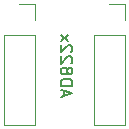
<source format=gbr>
G04 #@! TF.GenerationSoftware,KiCad,Pcbnew,(5.1.5-0-10_14)*
G04 #@! TF.CreationDate,2020-09-27T01:07:16-07:00*
G04 #@! TF.ProjectId,AD822x_Breakout,41443832-3278-45f4-9272-65616b6f7574,rev?*
G04 #@! TF.SameCoordinates,Original*
G04 #@! TF.FileFunction,Legend,Bot*
G04 #@! TF.FilePolarity,Positive*
%FSLAX46Y46*%
G04 Gerber Fmt 4.6, Leading zero omitted, Abs format (unit mm)*
G04 Created by KiCad (PCBNEW (5.1.5-0-10_14)) date 2020-09-27 01:07:16*
%MOMM*%
%LPD*%
G04 APERTURE LIST*
%ADD10C,0.150000*%
%ADD11C,0.120000*%
%ADD12O,1.802000X1.802000*%
%ADD13R,1.802000X1.802000*%
G04 APERTURE END LIST*
D10*
X140923333Y-87781428D02*
X140923333Y-87305238D01*
X140637619Y-87876666D02*
X141637619Y-87543333D01*
X140637619Y-87210000D01*
X140637619Y-86876666D02*
X141637619Y-86876666D01*
X141637619Y-86638571D01*
X141590000Y-86495714D01*
X141494761Y-86400476D01*
X141399523Y-86352857D01*
X141209047Y-86305238D01*
X141066190Y-86305238D01*
X140875714Y-86352857D01*
X140780476Y-86400476D01*
X140685238Y-86495714D01*
X140637619Y-86638571D01*
X140637619Y-86876666D01*
X141209047Y-85733809D02*
X141256666Y-85829047D01*
X141304285Y-85876666D01*
X141399523Y-85924285D01*
X141447142Y-85924285D01*
X141542380Y-85876666D01*
X141590000Y-85829047D01*
X141637619Y-85733809D01*
X141637619Y-85543333D01*
X141590000Y-85448095D01*
X141542380Y-85400476D01*
X141447142Y-85352857D01*
X141399523Y-85352857D01*
X141304285Y-85400476D01*
X141256666Y-85448095D01*
X141209047Y-85543333D01*
X141209047Y-85733809D01*
X141161428Y-85829047D01*
X141113809Y-85876666D01*
X141018571Y-85924285D01*
X140828095Y-85924285D01*
X140732857Y-85876666D01*
X140685238Y-85829047D01*
X140637619Y-85733809D01*
X140637619Y-85543333D01*
X140685238Y-85448095D01*
X140732857Y-85400476D01*
X140828095Y-85352857D01*
X141018571Y-85352857D01*
X141113809Y-85400476D01*
X141161428Y-85448095D01*
X141209047Y-85543333D01*
X141542380Y-84971904D02*
X141590000Y-84924285D01*
X141637619Y-84829047D01*
X141637619Y-84590952D01*
X141590000Y-84495714D01*
X141542380Y-84448095D01*
X141447142Y-84400476D01*
X141351904Y-84400476D01*
X141209047Y-84448095D01*
X140637619Y-85019523D01*
X140637619Y-84400476D01*
X141542380Y-84019523D02*
X141590000Y-83971904D01*
X141637619Y-83876666D01*
X141637619Y-83638571D01*
X141590000Y-83543333D01*
X141542380Y-83495714D01*
X141447142Y-83448095D01*
X141351904Y-83448095D01*
X141209047Y-83495714D01*
X140637619Y-84067142D01*
X140637619Y-83448095D01*
X140637619Y-83114761D02*
X141304285Y-82590952D01*
X141304285Y-83114761D02*
X140637619Y-82590952D01*
D11*
X138490000Y-79950000D02*
X137160000Y-79950000D01*
X138490000Y-81280000D02*
X138490000Y-79950000D01*
X138490000Y-82550000D02*
X135830000Y-82550000D01*
X135830000Y-82550000D02*
X135830000Y-90230000D01*
X138490000Y-82550000D02*
X138490000Y-90230000D01*
X138490000Y-90230000D02*
X135830000Y-90230000D01*
X146110000Y-90230000D02*
X143450000Y-90230000D01*
X146110000Y-82550000D02*
X146110000Y-90230000D01*
X143450000Y-82550000D02*
X143450000Y-90230000D01*
X146110000Y-82550000D02*
X143450000Y-82550000D01*
X146110000Y-81280000D02*
X146110000Y-79950000D01*
X146110000Y-79950000D02*
X144780000Y-79950000D01*
%LPC*%
D12*
X137160000Y-88900000D03*
X137160000Y-86360000D03*
X137160000Y-83820000D03*
D13*
X137160000Y-81280000D03*
X144780000Y-81280000D03*
D12*
X144780000Y-83820000D03*
X144780000Y-86360000D03*
X144780000Y-88900000D03*
M02*

</source>
